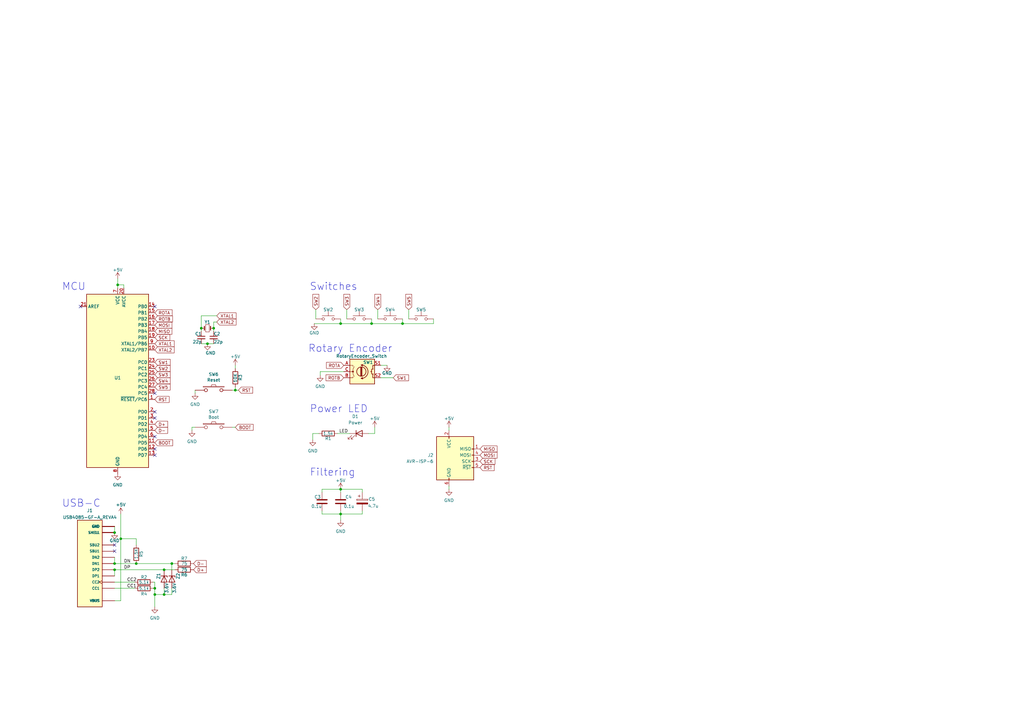
<source format=kicad_sch>
(kicad_sch (version 20211123) (generator eeschema)
  (paper "A3")
  (lib_symbols
    (symbol "Connector:AVR-ISP-6" (pin_names (offset 1.016))
      (property "Reference" "J" (at -6.35 11.43 0))
      (property "Value" "AVR-ISP-6" (at 0 11.43 0))
      (symbol "AVR-ISP-6_0_1"
        (rectangle (start -2.667 -6.858) (end -2.413 -7.62))
        (rectangle (start -2.667 10.16) (end -2.413 9.398))
        (rectangle (start 7.62 -2.413) (end 6.858 -2.667))
        (rectangle (start 7.62 0.127) (end 6.858 -0.127))
        (rectangle (start 7.62 2.667) (end 6.858 2.413))
        (rectangle (start 7.62 5.207) (end 6.858 4.953))
        (rectangle (start 7.62 10.16) (end -7.62 -7.62) (stroke (width 0.254)) (fill (type background)))
      )
      (symbol "AVR-ISP-6_1_1"
        (pin passive line (at 10.16 5.08 180) (length 2.54) (name "MISO") (number "1"))
        (pin passive line (at -2.54 12.7 270) (length 2.54) (name "VCC") (number "2"))
        (pin passive line (at 10.16 0 180) (length 2.54) (name "SCK") (number "3"))
        (pin passive line (at 10.16 2.54 180) (length 2.54) (name "MOSI") (number "4"))
        (pin passive line (at 10.16 -2.54 180) (length 2.54) (name "~{RST}") (number "5"))
        (pin passive line (at -2.54 -10.16 90) (length 2.54) (name "GND") (number "6"))
      )
    )
    (symbol "Device:C" (pin_numbers hide) (pin_names (offset 0.254))
      (property "Reference" "C" (at 0.635 2.54 0))
      (property "Value" "C" (at 0.635 -2.54 0))
      (symbol "C_0_1"
        (polyline (pts (xy -2.032 -0.762) (xy 2.032 -0.762)) (stroke (width 0.508)))
        (polyline (pts (xy -2.032 0.762) (xy 2.032 0.762)) (stroke (width 0.508)))
      )
      (symbol "C_1_1"
        (pin passive line (at 0 3.81 270) (length 2.794) (name "~") (number "1"))
        (pin passive line (at 0 -3.81 90) (length 2.794) (name "~") (number "2"))
      )
    )
    (symbol "Device:C_Polarized" (pin_numbers hide) (pin_names (offset 0.254))
      (property "Reference" "C" (at 0.635 2.54 0))
      (property "Value" "C_Polarized" (at 0.635 -2.54 0))
      (symbol "C_Polarized_0_1"
        (rectangle (start -2.286 0.508) (end 2.286 1.016))
        (polyline (pts (xy -1.778 2.286) (xy -0.762 2.286)))
        (polyline (pts (xy -1.27 2.794) (xy -1.27 1.778)))
        (rectangle (start 2.286 -0.508) (end -2.286 -1.016) (fill (type outline)))
      )
      (symbol "C_Polarized_1_1"
        (pin passive line (at 0 3.81 270) (length 2.794) (name "~") (number "1"))
        (pin passive line (at 0 -3.81 90) (length 2.794) (name "~") (number "2"))
      )
    )
    (symbol "Device:C_Small" (pin_numbers hide) (pin_names (offset 0.254) hide)
      (property "Reference" "C" (at 0.254 1.778 0))
      (property "Value" "C_Small" (at 0.254 -2.032 0))
      (symbol "C_Small_0_1"
        (polyline (pts (xy -1.524 -0.508) (xy 1.524 -0.508)) (stroke (width 0.3302)))
        (polyline (pts (xy -1.524 0.508) (xy 1.524 0.508)) (stroke (width 0.3048)))
      )
      (symbol "C_Small_1_1"
        (pin passive line (at 0 2.54 270) (length 2.032) (name "~") (number "1"))
        (pin passive line (at 0 -2.54 90) (length 2.032) (name "~") (number "2"))
      )
    )
    (symbol "Device:Crystal_Small" (pin_numbers hide) (pin_names (offset 1.016) hide)
      (property "Reference" "Y" (at 0 2.54 0))
      (property "Value" "Crystal_Small" (at 0 -2.54 0))
      (symbol "Crystal_Small_0_1"
        (rectangle (start -0.762 -1.524) (end 0.762 1.524))
        (polyline (pts (xy -1.27 -0.762) (xy -1.27 0.762)) (stroke (width 0.381)))
        (polyline (pts (xy 1.27 -0.762) (xy 1.27 0.762)) (stroke (width 0.381)))
      )
      (symbol "Crystal_Small_1_1"
        (pin passive line (at -2.54 0 0) (length 1.27) (name "1") (number "1"))
        (pin passive line (at 2.54 0 180) (length 1.27) (name "2") (number "2"))
      )
    )
    (symbol "Device:D_Zener" (pin_numbers hide) (pin_names (offset 1.016) hide)
      (property "Reference" "D" (at 0 2.54 0))
      (property "Value" "D_Zener" (at 0 -2.54 0))
      (symbol "D_Zener_0_1"
        (polyline (pts (xy 1.27 0) (xy -1.27 0)))
        (polyline (pts (xy -1.27 -1.27) (xy -1.27 1.27) (xy -0.762 1.27)) (stroke (width 0.254)))
        (polyline (pts (xy 1.27 -1.27) (xy 1.27 1.27) (xy -1.27 0) (xy 1.27 -1.27)) (stroke (width 0.254)))
      )
      (symbol "D_Zener_1_1"
        (pin passive line (at -3.81 0 0) (length 2.54) (name "K") (number "1"))
        (pin passive line (at 3.81 0 180) (length 2.54) (name "A") (number "2"))
      )
    )
    (symbol "Device:LED" (pin_numbers hide) (pin_names (offset 1.016) hide)
      (property "Reference" "D" (at 0 2.54 0))
      (property "Value" "LED" (at 0 -2.54 0))
      (symbol "LED_0_1"
        (polyline (pts (xy -1.27 -1.27) (xy -1.27 1.27)) (stroke (width 0.254)))
        (polyline (pts (xy -1.27 0) (xy 1.27 0)))
        (polyline (pts (xy 1.27 -1.27) (xy 1.27 1.27) (xy -1.27 0) (xy 1.27 -1.27)) (stroke (width 0.254)))
        (polyline (pts (xy -3.048 -0.762) (xy -4.572 -2.286) (xy -3.81 -2.286) (xy -4.572 -2.286) (xy -4.572 -1.524)))
        (polyline (pts (xy -1.778 -0.762) (xy -3.302 -2.286) (xy -2.54 -2.286) (xy -3.302 -2.286) (xy -3.302 -1.524)))
      )
      (symbol "LED_1_1"
        (pin passive line (at -3.81 0 0) (length 2.54) (name "K") (number "1"))
        (pin passive line (at 3.81 0 180) (length 2.54) (name "A") (number "2"))
      )
    )
    (symbol "Device:R" (pin_numbers hide) (pin_names (offset 0))
      (property "Reference" "R" (at 2.032 0 90))
      (property "Value" "R" (at 0 0 90))
      (symbol "R_0_1"
        (rectangle (start -1.016 -2.54) (end 1.016 2.54) (stroke (width 0.254)))
      )
      (symbol "R_1_1"
        (pin passive line (at 0 3.81 270) (length 1.27) (name "~") (number "1"))
        (pin passive line (at 0 -3.81 90) (length 1.27) (name "~") (number "2"))
      )
    )
    (symbol "Device:RotaryEncoder_Switch" (pin_names (offset 0.254) hide)
      (property "Reference" "SW" (at 0 6.604 0))
      (property "Value" "RotaryEncoder_Switch" (at 0 -6.604 0))
      (symbol "RotaryEncoder_Switch_0_1"
        (rectangle (start -5.08 5.08) (end 5.08 -5.08) (stroke (width 0.254)) (fill (type background)))
        (circle (center -3.81 0) (radius 0.254) (fill (type outline)))
        (arc (start -0.381 -2.794) (mid 2.3622 -0.0635) (end -0.381 2.667) (stroke (width 0.254)))
        (circle (center -0.381 0) (radius 1.905) (stroke (width 0.254)))
        (polyline (pts (xy -0.635 -1.778) (xy -0.635 1.778)) (stroke (width 0.254)))
        (polyline (pts (xy -0.381 -1.778) (xy -0.381 1.778)) (stroke (width 0.254)))
        (polyline (pts (xy -0.127 1.778) (xy -0.127 -1.778)) (stroke (width 0.254)))
        (polyline (pts (xy 3.81 0) (xy 3.429 0)) (stroke (width 0.254)))
        (polyline (pts (xy 3.81 1.016) (xy 3.81 -1.016)) (stroke (width 0.254)))
        (polyline (pts (xy -5.08 -2.54) (xy -3.81 -2.54) (xy -3.81 -2.032)))
        (polyline (pts (xy -5.08 2.54) (xy -3.81 2.54) (xy -3.81 2.032)))
        (polyline (pts (xy 0.254 -3.048) (xy -0.508 -2.794) (xy 0.127 -2.413)) (stroke (width 0.254)))
        (polyline (pts (xy 0.254 2.921) (xy -0.508 2.667) (xy 0.127 2.286)) (stroke (width 0.254)))
        (polyline (pts (xy 5.08 -2.54) (xy 4.318 -2.54) (xy 4.318 -1.016)) (stroke (width 0.254)))
        (polyline (pts (xy 5.08 2.54) (xy 4.318 2.54) (xy 4.318 1.016)) (stroke (width 0.254)))
        (polyline (pts (xy -5.08 0) (xy -3.81 0) (xy -3.81 -1.016) (xy -3.302 -2.032)))
        (polyline (pts (xy -4.318 0) (xy -3.81 0) (xy -3.81 1.016) (xy -3.302 2.032)))
        (circle (center 4.318 -1.016) (radius 0.127) (stroke (width 0.254)))
        (circle (center 4.318 1.016) (radius 0.127) (stroke (width 0.254)))
      )
      (symbol "RotaryEncoder_Switch_1_1"
        (pin passive line (at -7.62 2.54 0) (length 2.54) (name "A") (number "A"))
        (pin passive line (at -7.62 -2.54 0) (length 2.54) (name "B") (number "B"))
        (pin passive line (at -7.62 0 0) (length 2.54) (name "C") (number "C"))
        (pin passive line (at 7.62 2.54 180) (length 2.54) (name "S1") (number "S1"))
        (pin passive line (at 7.62 -2.54 180) (length 2.54) (name "S2") (number "S2"))
      )
    )
    (symbol "MCU_Microchip_ATmega:ATmega328P-P"
      (property "Reference" "U" (at -12.7 36.83 0))
      (property "Value" "ATmega328P-P" (at 2.54 -36.83 0))
      (symbol "ATmega328P-P_0_1"
        (rectangle (start -12.7 -35.56) (end 12.7 35.56) (stroke (width 0.254)) (fill (type background)))
      )
      (symbol "ATmega328P-P_1_1"
        (pin bidirectional line (at 15.24 -7.62 180) (length 2.54) (name "~{RESET}/PC6") (number "1"))
        (pin bidirectional line (at 15.24 12.7 180) (length 2.54) (name "XTAL2/PB7") (number "10"))
        (pin bidirectional line (at 15.24 -25.4 180) (length 2.54) (name "PD5") (number "11"))
        (pin bidirectional line (at 15.24 -27.94 180) (length 2.54) (name "PD6") (number "12"))
        (pin bidirectional line (at 15.24 -30.48 180) (length 2.54) (name "PD7") (number "13"))
        (pin bidirectional line (at 15.24 30.48 180) (length 2.54) (name "PB0") (number "14"))
        (pin bidirectional line (at 15.24 27.94 180) (length 2.54) (name "PB1") (number "15"))
        (pin bidirectional line (at 15.24 25.4 180) (length 2.54) (name "PB2") (number "16"))
        (pin bidirectional line (at 15.24 22.86 180) (length 2.54) (name "PB3") (number "17"))
        (pin bidirectional line (at 15.24 20.32 180) (length 2.54) (name "PB4") (number "18"))
        (pin bidirectional line (at 15.24 17.78 180) (length 2.54) (name "PB5") (number "19"))
        (pin bidirectional line (at 15.24 -12.7 180) (length 2.54) (name "PD0") (number "2"))
        (pin power_in line (at 2.54 38.1 270) (length 2.54) (name "AVCC") (number "20"))
        (pin passive line (at -15.24 30.48 0) (length 2.54) (name "AREF") (number "21"))
        (pin passive line (at 0 -38.1 90) (length 2.54) hide (name "GND") (number "22"))
        (pin bidirectional line (at 15.24 7.62 180) (length 2.54) (name "PC0") (number "23"))
        (pin bidirectional line (at 15.24 5.08 180) (length 2.54) (name "PC1") (number "24"))
        (pin bidirectional line (at 15.24 2.54 180) (length 2.54) (name "PC2") (number "25"))
        (pin bidirectional line (at 15.24 0 180) (length 2.54) (name "PC3") (number "26"))
        (pin bidirectional line (at 15.24 -2.54 180) (length 2.54) (name "PC4") (number "27"))
        (pin bidirectional line (at 15.24 -5.08 180) (length 2.54) (name "PC5") (number "28"))
        (pin bidirectional line (at 15.24 -15.24 180) (length 2.54) (name "PD1") (number "3"))
        (pin bidirectional line (at 15.24 -17.78 180) (length 2.54) (name "PD2") (number "4"))
        (pin bidirectional line (at 15.24 -20.32 180) (length 2.54) (name "PD3") (number "5"))
        (pin bidirectional line (at 15.24 -22.86 180) (length 2.54) (name "PD4") (number "6"))
        (pin power_in line (at 0 38.1 270) (length 2.54) (name "VCC") (number "7"))
        (pin power_in line (at 0 -38.1 90) (length 2.54) (name "GND") (number "8"))
        (pin bidirectional line (at 15.24 15.24 180) (length 2.54) (name "XTAL1/PB6") (number "9"))
      )
    )
    (symbol "Switch:SW_Push" (pin_numbers hide) (pin_names (offset 1.016) hide)
      (property "Reference" "SW" (at 1.27 2.54 0))
      (property "Value" "SW_Push" (at 0 -1.524 0))
      (symbol "SW_Push_0_1"
        (circle (center -2.032 0) (radius 0.508))
        (polyline (pts (xy 0 1.27) (xy 0 3.048)))
        (polyline (pts (xy 2.54 1.27) (xy -2.54 1.27)))
        (circle (center 2.032 0) (radius 0.508))
        (pin passive line (at -5.08 0 0) (length 2.54) (name "1") (number "1"))
        (pin passive line (at 5.08 0 180) (length 2.54) (name "2") (number "2"))
      )
    )
    (symbol "USB4085-GF-A_REVA4:USB4085-GF-A_REVA4" (pin_numbers hide) (pin_names (offset 1.016))
      (property "Reference" "J" (at -5.1054 18.3134 0))
      (property "Value" "USB4085-GF-A_REVA4" (at -5.1054 -20.3708 0))
      (symbol "USB4085-GF-A_REVA4_0_0"
        (rectangle (start -5.08 -17.78) (end 5.08 17.78) (stroke (width 0.254)) (fill (type background)))
        (pin passive line (at -10.16 -15.24 0) (length 5.08) (name "GND") (number "A1"))
        (pin passive line (at -10.16 -15.24 0) (length 5.08) (name "GND") (number "A12"))
        (pin power_in line (at -10.16 15.24 0) (length 5.08) (name "VBUS") (number "A4"))
        (pin bidirectional line (at -10.16 10.16 0) (length 5.08) (name "CC1") (number "A5"))
        (pin bidirectional line (at -10.16 5.08 0) (length 5.08) (name "DP1") (number "A6"))
        (pin bidirectional line (at -10.16 0 0) (length 5.08) (name "DN1") (number "A7"))
        (pin bidirectional line (at -10.16 -5.08 0) (length 5.08) (name "SBU1") (number "A8"))
        (pin power_in line (at -10.16 15.24 0) (length 5.08) (name "VBUS") (number "A9"))
        (pin passive line (at -10.16 -15.24 0) (length 5.08) (name "GND") (number "B1"))
        (pin passive line (at -10.16 -15.24 0) (length 5.08) (name "GND") (number "B12"))
        (pin power_in line (at -10.16 15.24 0) (length 5.08) (name "VBUS") (number "B4"))
        (pin bidirectional clock (at -10.16 7.62 0) (length 5.08) (name "CC2") (number "B5"))
        (pin bidirectional line (at -10.16 2.54 0) (length 5.08) (name "DP2") (number "B6"))
        (pin bidirectional line (at -10.16 -2.54 0) (length 5.08) (name "DN2") (number "B7"))
        (pin bidirectional line (at -10.16 -7.62 0) (length 5.08) (name "SBU2") (number "B8"))
        (pin power_in line (at -10.16 15.24 0) (length 5.08) (name "VBUS") (number "B9"))
        (pin passive line (at -10.16 -12.7 0) (length 5.08) (name "SHELL") (number "P1"))
        (pin passive line (at -10.16 -12.7 0) (length 5.08) (name "SHELL") (number "P2"))
        (pin passive line (at -10.16 -12.7 0) (length 5.08) (name "SHELL") (number "P3"))
        (pin passive line (at -10.16 -12.7 0) (length 5.08) (name "SHELL") (number "P4"))
      )
    )
    (symbol "keyboard_parts:SW_PUSH" (pin_numbers hide) (pin_names (offset 1.016) hide)
      (property "Reference" "SW" (at 3.81 2.794 0))
      (property "Value" "keyboard_parts_SW_PUSH" (at 0 -2.032 0))
      (symbol "SW_PUSH_0_1"
        (rectangle (start -4.318 1.27) (end 4.318 1.524))
        (polyline (pts (xy -1.016 1.524) (xy -0.762 2.286) (xy 0.762 2.286) (xy 1.016 1.524)))
        (pin passive inverted (at 7.62 0 180) (length 5.08) (name "1") (number "1"))
        (pin passive inverted (at -7.62 0 0) (length 5.08) (name "2") (number "2"))
      )
    )
    (symbol "power:+5V" (power) (pin_names (offset 0))
      (property "Value" "+5V" (at 0 3.556 0))
      (symbol "+5V_0_1"
        (polyline (pts (xy -0.762 1.27) (xy 0 2.54)))
        (polyline (pts (xy 0 0) (xy 0 2.54)))
        (polyline (pts (xy 0 2.54) (xy 0.762 1.27)))
      )
      (symbol "+5V_1_1"
        (pin power_in line (at 0 0 90) (length 0) hide (name "+5V") (number "1"))
      )
    )
    (symbol "power:GND" (power) (pin_names (offset 0))
      (property "Value" "GND" (at 0 -3.81 0))
      (symbol "GND_0_1"
        (polyline (pts (xy 0 0) (xy 0 -1.27) (xy 1.27 -1.27) (xy 0 -2.54) (xy -1.27 -1.27) (xy 0 -1.27)))
      )
      (symbol "GND_1_1"
        (pin power_in line (at 0 0 270) (length 0) hide (name "GND") (number "1"))
      )
    )
  )
  (junction (at 63.5 243.84))
  (junction (at 63.5 241.3))
  (junction (at 67.31 233.68))
  (junction (at 85.09 140.97))
  (junction (at 49.53 220.98))
  (junction (at 48.26 116.84))
  (junction (at 55.88 231.14))
  (junction (at 139.7 200.66))
  (junction (at 46.99 233.68))
  (junction (at 165.1 132.715))
  (junction (at 96.52 160.02))
  (junction (at 139.7 132.715))
  (junction (at 82.55 134.62))
  (junction (at 139.7 210.82))
  (junction (at 152.4 132.715))
  (junction (at 87.63 134.62))
  (junction (at 67.31 243.84))
  (junction (at 46.99 218.44))
  (junction (at 70.485 231.14))
  (junction (at 46.99 231.14))
  (no_connect (at 63.5 125.73))
  (no_connect (at 63.5 168.91))
  (no_connect (at 63.5 171.45))
  (no_connect (at 63.5 179.07))
  (no_connect (at 63.5 184.15))
  (no_connect (at 63.5 186.69))
  (no_connect (at 46.99 226.06))
  (no_connect (at 46.99 223.52))
  (no_connect (at 63.5 161.29))
  (no_connect (at 33.02 125.73))
  (wire (pts (xy 152.4 130.81) (xy 152.4 132.715)))
  (wire (pts (xy 46.99 246.38) (xy 49.53 246.38)))
  (wire (pts (xy 46.99 233.68) (xy 67.31 233.68)))
  (wire (pts (xy 153.67 177.8) (xy 153.67 175.26)))
  (wire (pts (xy 70.485 231.14) (xy 71.755 231.14)))
  (wire (pts (xy 165.1 130.81) (xy 165.1 132.715)))
  (wire (pts (xy 49.53 220.98) (xy 55.88 220.98)))
  (wire (pts (xy 142.24 127) (xy 142.24 130.81)))
  (wire (pts (xy 148.59 201.93) (xy 148.59 200.66)))
  (wire (pts (xy 49.53 220.98) (xy 49.53 246.38)))
  (wire (pts (xy 87.63 134.62) (xy 87.63 135.89)))
  (wire (pts (xy 82.55 134.62) (xy 82.55 135.89)))
  (wire (pts (xy 80.01 160.02) (xy 80.01 161.29)))
  (wire (pts (xy 63.5 238.76) (xy 62.865 238.76)))
  (wire (pts (xy 48.26 116.84) (xy 50.8 116.84)))
  (wire (pts (xy 151.13 177.8) (xy 153.67 177.8)))
  (wire (pts (xy 63.5 243.84) (xy 67.31 243.84)))
  (wire (pts (xy 46.99 238.76) (xy 55.245 238.76)))
  (wire (pts (xy 165.1 132.715) (xy 177.8 132.715)))
  (wire (pts (xy 139.7 130.81) (xy 139.7 132.715)))
  (wire (pts (xy 96.52 149.86) (xy 96.52 151.13)))
  (wire (pts (xy 63.5 243.84) (xy 63.5 248.92)))
  (wire (pts (xy 67.31 243.84) (xy 70.485 243.84)))
  (wire (pts (xy 48.26 116.84) (xy 48.26 118.11)))
  (wire (pts (xy 184.15 200.66) (xy 184.15 199.39)))
  (wire (pts (xy 152.4 132.715) (xy 165.1 132.715)))
  (wire (pts (xy 67.31 241.3) (xy 67.31 243.84)))
  (wire (pts (xy 128.27 177.8) (xy 130.81 177.8)))
  (wire (pts (xy 50.8 116.84) (xy 50.8 118.11)))
  (wire (pts (xy 55.88 231.14) (xy 70.485 231.14)))
  (wire (pts (xy 82.55 134.62) (xy 83.185 134.62)))
  (wire (pts (xy 156.21 149.86) (xy 158.75 149.86)))
  (wire (pts (xy 96.52 158.75) (xy 96.52 160.02)))
  (wire (pts (xy 139.7 209.55) (xy 139.7 210.82)))
  (wire (pts (xy 128.905 132.715) (xy 139.7 132.715)))
  (wire (pts (xy 95.25 160.02) (xy 96.52 160.02)))
  (wire (pts (xy 80.01 175.26) (xy 78.74 175.26)))
  (wire (pts (xy 148.59 209.55) (xy 148.59 210.82)))
  (wire (pts (xy 70.485 231.14) (xy 70.485 233.68)))
  (wire (pts (xy 139.7 200.66) (xy 148.59 200.66)))
  (wire (pts (xy 46.99 233.68) (xy 46.99 236.22)))
  (wire (pts (xy 46.99 228.6) (xy 46.99 231.14)))
  (wire (pts (xy 85.09 140.97) (xy 87.63 140.97)))
  (wire (pts (xy 96.52 160.02) (xy 97.79 160.02)))
  (wire (pts (xy 132.08 200.66) (xy 132.08 201.93)))
  (wire (pts (xy 82.55 140.97) (xy 85.09 140.97)))
  (wire (pts (xy 82.55 134.62) (xy 82.55 129.54)))
  (wire (pts (xy 184.15 175.26) (xy 184.15 176.53)))
  (wire (pts (xy 129.54 127) (xy 129.54 130.81)))
  (wire (pts (xy 167.64 127) (xy 167.64 130.81)))
  (wire (pts (xy 131.318 152.4) (xy 131.318 153.924)))
  (wire (pts (xy 132.08 200.66) (xy 139.7 200.66)))
  (wire (pts (xy 46.99 231.14) (xy 55.88 231.14)))
  (wire (pts (xy 139.7 210.82) (xy 139.7 213.36)))
  (wire (pts (xy 70.485 243.84) (xy 70.485 241.3)))
  (wire (pts (xy 46.99 241.3) (xy 55.245 241.3)))
  (wire (pts (xy 161.29 154.94) (xy 156.21 154.94)))
  (wire (pts (xy 63.5 243.84) (xy 63.5 241.3)))
  (wire (pts (xy 154.94 127) (xy 154.94 130.81)))
  (wire (pts (xy 138.43 177.8) (xy 143.51 177.8)))
  (wire (pts (xy 132.08 210.82) (xy 139.7 210.82)))
  (wire (pts (xy 131.318 152.4) (xy 140.97 152.4)))
  (wire (pts (xy 82.55 129.54) (xy 88.9 129.54)))
  (wire (pts (xy 63.5 238.76) (xy 63.5 241.3)))
  (wire (pts (xy 148.59 210.82) (xy 139.7 210.82)))
  (wire (pts (xy 177.8 130.81) (xy 177.8 132.715)))
  (wire (pts (xy 132.08 210.82) (xy 132.08 209.55)))
  (wire (pts (xy 48.26 114.3) (xy 48.26 116.84)))
  (wire (pts (xy 55.88 220.98) (xy 55.88 223.52)))
  (wire (pts (xy 49.53 210.82) (xy 49.53 220.98)))
  (wire (pts (xy 67.31 233.68) (xy 71.755 233.68)))
  (wire (pts (xy 88.9 132.08) (xy 87.63 132.08)))
  (wire (pts (xy 87.63 132.08) (xy 87.63 134.62)))
  (wire (pts (xy 62.865 241.3) (xy 63.5 241.3)))
  (wire (pts (xy 96.52 175.26) (xy 95.25 175.26)))
  (wire (pts (xy 78.74 175.26) (xy 78.74 176.53)))
  (wire (pts (xy 46.99 215.9) (xy 46.99 218.44)))
  (wire (pts (xy 128.27 177.8) (xy 128.27 180.34)))
  (wire (pts (xy 139.7 132.715) (xy 152.4 132.715)))
  (wire (pts (xy 139.7 200.66) (xy 139.7 201.93)))
  (text "USB-C" (at 25.4 208.28 0) (effects (font (size 3 3)) (justify left bottom)))
  (text "Switches" (at 127 119.38 0) (effects (font (size 3 3)) (justify left bottom)))
  (text "Rotary Encoder\n" (at 126.365 144.78 0) (effects (font (size 3 3)) (justify left bottom)))
  (text "Power LED" (at 127 169.545 0) (effects (font (size 3 3)) (justify left bottom)))
  (text "MCU" (at 25.4 119.38 0) (effects (font (size 3 3)) (justify left bottom)))
  (text "Filtering" (at 127 195.58 0) (effects (font (size 3 3)) (justify left bottom)))
  (label "DN" (at 50.8 231.14 0))
  (label "CC2" (at 52.07 238.76 0))
  (label "LED" (at 139.065 177.8 0))
  (label "CC1" (at 52.07 241.3 0))
  (label "DP" (at 50.8 233.68 0))
  (global_label "SW1" (shape input) (at 63.5 148.59 0) (property "Intersheet References" "${INTERSHEET_REFS}" (effects hide)))
  (global_label "RST" (shape input) (at 63.5 163.83 0) (property "Intersheet References" "${INTERSHEET_REFS}" (effects hide)))
  (global_label "SW2" (shape input) (at 63.5 151.13 0) (property "Intersheet References" "${INTERSHEET_REFS}" (effects hide)))
  (global_label "SW1" (shape input) (at 161.29 154.94 0) (property "Intersheet References" "${INTERSHEET_REFS}" (effects hide)))
  (global_label "ROTA" (shape input) (at 63.5 128.27 0) (property "Intersheet References" "${INTERSHEET_REFS}" (effects hide)))
  (global_label "BOOT" (shape input) (at 63.5 181.61 0) (property "Intersheet References" "${INTERSHEET_REFS}" (effects hide)))
  (global_label "MISO" (shape input) (at 63.5 135.89 0) (property "Intersheet References" "${INTERSHEET_REFS}" (effects hide)))
  (global_label "ROTA" (shape input) (at 140.97 149.86 180) (property "Intersheet References" "${INTERSHEET_REFS}" (effects hide)))
  (global_label "XTAL1" (shape input) (at 63.5 140.97 0) (property "Intersheet References" "${INTERSHEET_REFS}" (effects hide)))
  (global_label "SW4" (shape input) (at 63.5 156.21 0) (property "Intersheet References" "${INTERSHEET_REFS}" (effects hide)))
  (global_label "D-" (shape input) (at 79.375 231.14 0) (property "Intersheet References" "${INTERSHEET_REFS}" (effects hide)))
  (global_label "SW3" (shape input) (at 63.5 153.67 0) (property "Intersheet References" "${INTERSHEET_REFS}" (effects hide)))
  (global_label "SW2" (shape input) (at 129.54 127 90) (property "Intersheet References" "${INTERSHEET_REFS}" (effects hide)))
  (global_label "SCK" (shape input) (at 196.85 189.23 0) (property "Intersheet References" "${INTERSHEET_REFS}" (effects hide)))
  (global_label "SW3" (shape input) (at 142.24 127 90) (property "Intersheet References" "${INTERSHEET_REFS}" (effects hide)))
  (global_label "SW4" (shape input) (at 154.94 127 90) (property "Intersheet References" "${INTERSHEET_REFS}" (effects hide)))
  (global_label "BOOT" (shape input) (at 96.52 175.26 0) (property "Intersheet References" "${INTERSHEET_REFS}" (effects hide)))
  (global_label "SW5" (shape input) (at 63.5 158.75 0) (property "Intersheet References" "${INTERSHEET_REFS}" (effects hide)))
  (global_label "XTAL2" (shape input) (at 63.5 143.51 0) (property "Intersheet References" "${INTERSHEET_REFS}" (effects hide)))
  (global_label "ROTB" (shape input) (at 140.97 154.94 180) (property "Intersheet References" "${INTERSHEET_REFS}" (effects hide)))
  (global_label "ROTB" (shape input) (at 63.5 130.81 0) (property "Intersheet References" "${INTERSHEET_REFS}" (effects hide)))
  (global_label "MOSI" (shape input) (at 63.5 133.35 0) (property "Intersheet References" "${INTERSHEET_REFS}" (effects hide)))
  (global_label "XTAL1" (shape input) (at 88.9 129.54 0) (property "Intersheet References" "${INTERSHEET_REFS}" (effects hide)))
  (global_label "RST" (shape input) (at 97.79 160.02 0) (property "Intersheet References" "${INTERSHEET_REFS}" (effects hide)))
  (global_label "MISO" (shape input) (at 196.85 184.15 0) (property "Intersheet References" "${INTERSHEET_REFS}" (effects hide)))
  (global_label "SCK" (shape input) (at 63.5 138.43 0) (property "Intersheet References" "${INTERSHEET_REFS}" (effects hide)))
  (global_label "D+" (shape input) (at 79.375 233.68 0) (property "Intersheet References" "${INTERSHEET_REFS}" (effects hide)))
  (global_label "SW5" (shape input) (at 167.64 127 90) (property "Intersheet References" "${INTERSHEET_REFS}" (effects hide)))
  (global_label "XTAL2" (shape input) (at 88.9 132.08 0) (property "Intersheet References" "${INTERSHEET_REFS}" (effects hide)))
  (global_label "MOSI" (shape input) (at 196.85 186.69 0) (property "Intersheet References" "${INTERSHEET_REFS}" (effects hide)))
  (global_label "RST" (shape input) (at 196.85 191.77 0) (property "Intersheet References" "${INTERSHEET_REFS}" (effects hide)))
  (global_label "D+" (shape input) (at 63.5 173.99 0) (property "Intersheet References" "${INTERSHEET_REFS}" (effects hide)))
  (global_label "D-" (shape input) (at 63.5 176.53 0) (property "Intersheet References" "${INTERSHEET_REFS}" (effects hide)))
  (symbol (lib_id "Device:D_Zener") (at 67.31 237.49 270) (unit 1)
    (property "Reference" "Z1" (at 65.024 234.95 0) (effects (justify left)))
    (property "Value" "3.6V" (at 68.326 239.014 0) (effects (justify left)))
    (property "Footprint" "Keyboard_Stuff:D_DO-35_SOD27_P5.08mm_Horizontal" (effects hide))
  )
  (symbol (lib_id "power:+5V") (at 153.67 175.26 0) (unit 1)
    (property "Reference" "#PWR021" (effects hide))
    (property "Value" "+5V" (at 153.67 171.6555 0))
  )
  (symbol (lib_id "Switch:SW_Push") (at 160.02 130.81 0) (unit 1)
    (property "Reference" "SW4" (at 160.02 127 0))
    (property "Value" "SW_Push" (effects hide))
    (property "Footprint" "Keyboard Stuff:SW_Hotswap_Kailh_MX_1.00u" (effects hide))
  )
  (symbol (lib_id "power:GND") (at 184.15 200.66 0) (unit 1)
    (property "Reference" "#PWR0102" (effects hide))
    (property "Value" "GND" (at 184.15 205.2225 0))
  )
  (symbol (lib_id "Device:R") (at 59.055 238.76 90) (unit 1)
    (property "Reference" "R2" (at 59.055 236.728 90))
    (property "Value" "5.1k" (at 59.055 238.76 90))
    (property "Footprint" "Keyboard_Stuff:R_Axial_DIN0204_L3.6mm_D1.6mm_P5.08mm_Horizontal" (effects hide))
  )
  (symbol (lib_id "MCU_Microchip_ATmega:ATmega328P-P") (at 48.26 156.21 0) (unit 1)
    (property "Reference" "U1" (at 48.26 154.94 0))
    (property "Value" "ATmega328P-P" (effects hide))
    (property "Footprint" "Keyboard Stuff:ATmega328p DIP-28" (effects hide))
    (property "Datasheet" "http://ww1.microchip.com/downloads/en/DeviceDoc/ATmega328_P%20AVR%20MCU%20with%20picoPower%20Technology%20Data%20Sheet%2040001984A.pdf" (effects hide))
  )
  (symbol (lib_id "power:GND") (at 131.318 153.924 0) (unit 1)
    (property "Reference" "#PWR016" (effects hide))
    (property "Value" "GND" (at 131.318 158.4865 0))
  )
  (symbol (lib_id "power:+5V") (at 184.15 175.26 0) (unit 1)
    (property "Reference" "#PWR0101" (effects hide))
    (property "Value" "+5V" (at 184.15 171.6555 0))
  )
  (symbol (lib_id "Device:C") (at 132.08 205.74 0) (unit 1)
    (property "Reference" "C3" (at 128.905 203.835 0) (effects (justify left)))
    (property "Value" "0.1u" (at 127.635 207.645 0) (effects (justify left)))
    (property "Footprint" "Keyboard_Stuff:C_Disc_D4.3mm_W1.9mm_P5.00mm" (effects hide))
  )
  (symbol (lib_id "Connector:AVR-ISP-6") (at 186.69 189.23 0) (unit 1)
    (property "Reference" "J2" (at 177.8 186.6899 0) (effects (justify right)))
    (property "Value" "AVR-ISP-6" (at 177.8 189.2299 0) (effects (justify right)))
    (property "Footprint" "Keyboard Stuff:PinHeader_2x03_P2.54mm_Vertical" (effects hide))
    (property "Datasheet" " ~" (effects hide))
  )
  (symbol (lib_id "Device:Crystal_Small") (at 85.09 134.62 0) (unit 1)
    (property "Reference" "Y1" (at 83.82 132.08 0) (effects (justify left)))
    (property "Value" "Crystal" (effects hide))
    (property "Footprint" "Keyboard Stuff:Crystal_HC49-4H_Vertical" (effects hide))
  )
  (symbol (lib_id "USB4085-GF-A_REVA4:USB4085-GF-A_REVA4") (at 36.83 231.14 180) (unit 1)
    (property "Reference" "J1" (at 36.83 209.3935 0))
    (property "Value" "USB4085-GF-A_REVA4" (at 36.83 212.1686 0))
    (property "Footprint" "Keyboard Stuff:GCT_USB4085-GF-A_REVA4" (effects hide))
    (property "MANUFACTURER" "Global Connector Technology" (effects hide))
    (property "PARTREV" "A4" (effects hide))
    (property "STANDARD" "Manufacturer Recommendations" (effects hide))
    (property "MAXIMUM_PACKAGE_HEIGHT" "3.46mm" (effects hide))
  )
  (symbol (lib_id "power:GND") (at 158.75 149.86 0) (unit 1)
    (property "Reference" "#PWR020" (effects hide))
    (property "Value" "GND" (at 158.75 153.035 0))
  )
  (symbol (lib_id "power:+5V") (at 139.7 200.66 0) (unit 1)
    (property "Reference" "#PWR013" (effects hide))
    (property "Value" "+5V" (at 139.7 197.0555 0))
  )
  (symbol (lib_id "keyboard_parts:SW_PUSH") (at 87.63 175.26 0) (mirror y) (unit 1)
    (property "Reference" "SW7" (at 87.63 168.783 0))
    (property "Value" "Boot" (at 87.63 171.0944 0))
    (property "Footprint" "Keyboard_Stuff:SW_PUSH_6mm" (effects hide))
  )
  (symbol (lib_id "power:GND") (at 48.26 194.31 0) (unit 1)
    (property "Reference" "#PWR02" (effects hide))
    (property "Value" "GND" (at 48.26 198.8725 0))
  )
  (symbol (lib_id "Device:R") (at 96.52 154.94 0) (unit 1)
    (property "Reference" "R3" (at 98.552 156.21 90) (effects (justify left)))
    (property "Value" "10K" (at 96.52 156.972 90) (effects (justify left)))
    (property "Footprint" "Keyboard_Stuff:R_Axial_DIN0204_L3.6mm_D1.6mm_P5.08mm_Horizontal" (effects hide))
  )
  (symbol (lib_id "Device:LED") (at 147.32 177.8 0) (unit 1)
    (property "Reference" "D1" (at 145.7325 170.815 0))
    (property "Value" "Power" (at 145.7325 173.355 0))
    (property "Footprint" "Keyboard_Stuff:LED_D3.0mm" (effects hide))
  )
  (symbol (lib_id "Device:R") (at 59.055 241.3 90) (unit 1)
    (property "Reference" "R4" (at 59.055 243.586 90))
    (property "Value" "5.1k" (at 59.055 241.3 90))
    (property "Footprint" "Keyboard_Stuff:R_Axial_DIN0204_L3.6mm_D1.6mm_P5.08mm_Horizontal" (effects hide))
  )
  (symbol (lib_id "Device:R") (at 75.565 231.14 90) (unit 1)
    (property "Reference" "R7" (at 75.565 229.108 90))
    (property "Value" "75" (at 75.565 231.14 90))
    (property "Footprint" "Keyboard Stuff:R_Axial_DIN0204_L3.6mm_D1.6mm_P5.08mm_Horizontal" (effects hide))
  )
  (symbol (lib_id "Device:C") (at 139.7 205.74 0) (unit 1)
    (property "Reference" "C4" (at 141.605 203.835 0) (effects (justify left)))
    (property "Value" "0.1u" (at 140.97 207.645 0) (effects (justify left)))
    (property "Footprint" "Keyboard_Stuff:C_Disc_D4.3mm_W1.9mm_P5.00mm" (effects hide))
  )
  (symbol (lib_id "power:GND") (at 78.74 176.53 0) (unit 1)
    (property "Reference" "#PWR011" (effects hide))
    (property "Value" "GND" (at 78.74 181.0925 0))
  )
  (symbol (lib_id "keyboard_parts:SW_PUSH") (at 87.63 160.02 0) (mirror y) (unit 1)
    (property "Reference" "SW6" (at 87.63 153.543 0))
    (property "Value" "Reset" (at 87.63 155.8544 0))
    (property "Footprint" "Keyboard_Stuff:SW_PUSH_6mm" (effects hide))
  )
  (symbol (lib_id "power:GND") (at 85.09 140.97 0) (unit 1)
    (property "Reference" "#PWR010" (effects hide))
    (property "Value" "GND" (at 86.36 144.78 0))
  )
  (symbol (lib_id "Device:RotaryEncoder_Switch") (at 148.59 152.4 0) (unit 1)
    (property "Reference" "SW1" (at 153.035 148.59 0) (effects (justify right)))
    (property "Value" "RotaryEncoder_Switch" (at 158.75 146.05 0) (effects (justify right)))
    (property "Footprint" "Keyboard_Stuff:RotaryEncoder_Alps_EC12E-Switch_Vertical_H20mm" (effects hide))
  )
  (symbol (lib_id "Device:C_Small") (at 82.55 138.43 0) (unit 1)
    (property "Reference" "C1" (at 80.01 136.906 0) (effects (justify left)))
    (property "Value" "22p" (at 78.994 140.208 0) (effects (justify left)))
    (property "Footprint" "Keyboard_Stuff:C_Disc_D3.0mm_W1.6mm_P2.50mm" (effects hide))
  )
  (symbol (lib_id "Switch:SW_Push") (at 134.62 130.81 0) (unit 1)
    (property "Reference" "SW2" (at 134.62 127 0))
    (property "Value" "SW_Push" (effects hide))
    (property "Footprint" "Keyboard Stuff:SW_Hotswap_Kailh_MX_1.00u" (effects hide))
  )
  (symbol (lib_id "Device:C_Small") (at 87.63 138.43 0) (unit 1)
    (property "Reference" "C2" (at 87.63 136.906 0) (effects (justify left)))
    (property "Value" "22p" (at 87.63 140.208 0) (effects (justify left)))
    (property "Footprint" "Keyboard_Stuff:C_Disc_D3.0mm_W1.6mm_P2.50mm" (effects hide))
  )
  (symbol (lib_id "Device:R") (at 134.62 177.8 270) (unit 1)
    (property "Reference" "R1" (at 134.62 179.832 90))
    (property "Value" "1.5k" (at 134.62 177.8 90))
    (property "Footprint" "Keyboard_Stuff:R_Axial_DIN0204_L3.6mm_D1.6mm_P5.08mm_Horizontal" (effects hide))
  )
  (symbol (lib_id "Switch:SW_Push") (at 147.32 130.81 0) (unit 1)
    (property "Reference" "SW3" (at 147.32 127 0))
    (property "Value" "SW_Push" (effects hide))
    (property "Footprint" "Keyboard Stuff:SW_Hotswap_Kailh_MX_1.00u" (effects hide))
  )
  (symbol (lib_id "Device:R") (at 75.565 233.68 90) (unit 1)
    (property "Reference" "R6" (at 75.565 235.712 90))
    (property "Value" "75" (at 75.565 233.68 90))
    (property "Footprint" "Keyboard Stuff:R_Axial_DIN0204_L3.6mm_D1.6mm_P5.08mm_Horizontal" (effects hide))
  )
  (symbol (lib_id "power:GND") (at 128.27 180.34 0) (unit 1)
    (property "Reference" "#PWR017" (effects hide))
    (property "Value" "GND" (at 128.27 184.9025 0))
  )
  (symbol (lib_id "power:GND") (at 80.01 161.29 0) (unit 1)
    (property "Reference" "#PWR012" (effects hide))
    (property "Value" "GND" (at 80.01 165.8525 0))
  )
  (symbol (lib_id "power:GND") (at 139.7 213.36 0) (unit 1)
    (property "Reference" "#PWR014" (effects hide))
    (property "Value" "GND" (at 139.7 217.9225 0))
  )
  (symbol (lib_id "Device:C_Polarized") (at 148.59 205.74 0) (unit 1)
    (property "Reference" "C5" (at 151.13 204.724 0) (effects (justify left)))
    (property "Value" "4.7u" (at 150.876 207.518 0) (effects (justify left)))
    (property "Footprint" "Keyboard_Stuff:CP_Radial_D4.0mm_P1.50mm" (effects hide))
  )
  (symbol (lib_id "power:GND") (at 128.905 132.715 0) (unit 1)
    (property "Reference" "#PWR015" (effects hide))
    (property "Value" "GND" (at 128.905 136.525 0))
  )
  (symbol (lib_id "Switch:SW_Push") (at 172.72 130.81 0) (unit 1)
    (property "Reference" "SW5" (at 172.72 127 0))
    (property "Value" "SW_Push" (effects hide))
    (property "Footprint" "Keyboard Stuff:SW_Hotswap_Kailh_MX_1.00u" (effects hide))
  )
  (symbol (lib_id "power:GND") (at 63.5 248.92 0) (unit 1)
    (property "Reference" "#PWR08" (effects hide))
    (property "Value" "GND" (at 63.5 253.4825 0))
  )
  (symbol (lib_id "power:+5V") (at 49.53 210.82 0) (unit 1)
    (property "Reference" "#PWR06" (effects hide))
    (property "Value" "+5V" (at 49.53 207.01 0))
  )
  (symbol (lib_id "power:+5V") (at 48.26 114.3 0) (unit 1)
    (property "Reference" "#PWR01" (effects hide))
    (property "Value" "+5V" (at 48.26 110.6955 0))
  )
  (symbol (lib_id "power:GND") (at 46.99 218.44 0) (unit 1)
    (property "Reference" "#PWR04" (effects hide))
    (property "Value" "GND" (at 46.99 221.742 0))
  )
  (symbol (lib_id "power:+5V") (at 96.52 149.86 0) (unit 1)
    (property "Reference" "#PWR09" (effects hide))
    (property "Value" "+5V" (at 96.52 146.2555 0))
  )
  (symbol (lib_id "Device:R") (at 55.88 227.33 0) (unit 1)
    (property "Reference" "R5" (at 57.912 228.6 90) (effects (justify left)))
    (property "Value" "1.5K" (at 55.88 229.362 90) (effects (justify left)))
    (property "Footprint" "Keyboard Stuff:R_Axial_DIN0204_L3.6mm_D1.6mm_P5.08mm_Horizontal" (effects hide))
  )
  (symbol (lib_id "Device:D_Zener") (at 70.485 237.49 270) (unit 1)
    (property "Reference" "Z2" (at 73.025 234.95 0) (effects (justify left)))
    (property "Value" "3.6V" (at 71.501 239.014 0) (effects (justify left)))
    (property "Footprint" "Keyboard Stuff:D_DO-35_SOD27_P5.08mm_Horizontal" (effects hide))
  )
)
</source>
